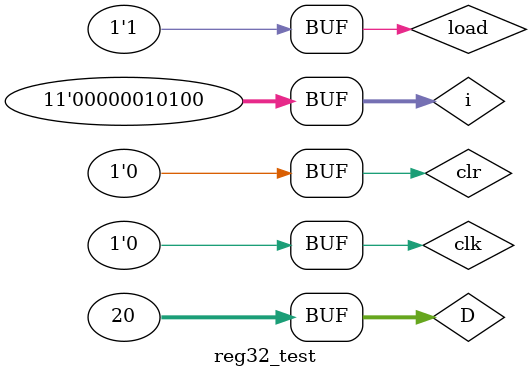
<source format=v>
`timescale 1ns / 1ps


module reg32_test;

	// Inputs
	reg clk;
	reg [31:0] D;
	reg clr;
	reg load;

	// Outputs
	wire [31:0] Q;

	// Instantiate the Unit Under Test (UUT)
	register_32 uut (
		.clk(clk), 
		.D(D), 
		.clr(clr), 
		.load(load), 
		.Q(Q)
	);

	reg [10:0] i;

	initial begin
		// Initialize Inputs
		clk = 0;
		D = 0;
		clr = 0;
		load = 0;

		// Wait 100 ns for global reset to finish
		#100;
        
		// Add stimulus here
		for (i = 0; i < 20; i = i+1)
		begin
			clk = clk + 1;
			#10;
			clr = 1;
			load = i[1] && i[0];
			D = D + 1;
			#15;
		end
		clr = 0;
	end
	
endmodule


</source>
